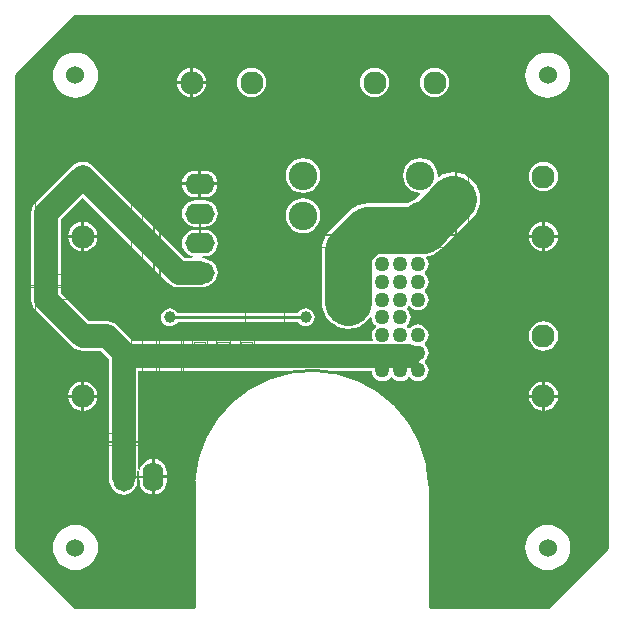
<source format=gbl>
G04 Layer_Physical_Order=2*
G04 Layer_Color=12500520*
%FSLAX25Y25*%
%MOIN*%
G70*
G01*
G75*
%ADD18C,0.07874*%
%ADD19C,0.01000*%
%ADD21C,0.15748*%
%ADD22C,0.00787*%
%ADD23C,0.00394*%
%ADD24C,0.00197*%
%ADD25C,0.00200*%
%ADD26C,0.00400*%
%ADD27C,0.00800*%
%ADD28O,0.09842X0.06890*%
%ADD29C,0.06000*%
%ADD30C,0.07700*%
%ADD31C,0.09500*%
%ADD32O,0.06890X0.09842*%
%ADD33C,0.05000*%
%ADD34C,0.03937*%
G36*
X196850Y177165D02*
Y19685D01*
X177165Y-0D01*
X137795D01*
X137795Y39370D01*
Y40336D01*
X137653Y43234D01*
X137085Y47060D01*
X136145Y50812D01*
X134842Y54454D01*
X133188Y57951D01*
X131200Y61269D01*
X128895Y64376D01*
X126298Y67242D01*
X123431Y69840D01*
X120324Y72145D01*
X117007Y74133D01*
X113510Y75787D01*
X109868Y77090D01*
X106296Y77985D01*
X106358Y78485D01*
X118551D01*
X118637Y77826D01*
X118990Y76975D01*
X119551Y76244D01*
X120282Y75683D01*
X121134Y75330D01*
X122047Y75210D01*
X122961Y75330D01*
X123812Y75683D01*
X124543Y76244D01*
X124750Y76513D01*
X125250D01*
X125457Y76244D01*
X126188Y75683D01*
X127039Y75330D01*
X127953Y75210D01*
X128866Y75330D01*
X129718Y75683D01*
X130449Y76244D01*
X130656Y76513D01*
X131156D01*
X131362Y76244D01*
X132093Y75683D01*
X132945Y75330D01*
X133858Y75210D01*
X134772Y75330D01*
X135623Y75683D01*
X136354Y76244D01*
X136916Y76975D01*
X137268Y77826D01*
X137389Y78740D01*
X137268Y79654D01*
X136916Y80505D01*
X136354Y81236D01*
X136085Y81443D01*
Y81943D01*
X136354Y82149D01*
X136916Y82881D01*
X137268Y83732D01*
X137389Y84646D01*
X137268Y85559D01*
X136916Y86411D01*
X136354Y87142D01*
X136085Y87348D01*
Y87848D01*
X136354Y88055D01*
X136916Y88786D01*
X137268Y89638D01*
X137389Y90551D01*
X137268Y91465D01*
X136916Y92316D01*
X136354Y93047D01*
X135623Y93608D01*
X134772Y93961D01*
X133858Y94081D01*
X132945Y93961D01*
X132093Y93608D01*
X131362Y93047D01*
X131156Y92778D01*
X130656D01*
X130449Y93047D01*
X130180Y93254D01*
Y93754D01*
X130449Y93960D01*
X131010Y94692D01*
X131363Y95543D01*
X131483Y96457D01*
X131363Y97370D01*
X131010Y98222D01*
X130449Y98953D01*
X130180Y99159D01*
Y99660D01*
X130449Y99866D01*
X130656Y100135D01*
X131156D01*
X131362Y99866D01*
X132093Y99305D01*
X132945Y98952D01*
X133858Y98832D01*
X134772Y98952D01*
X135623Y99305D01*
X136354Y99866D01*
X136916Y100597D01*
X137268Y101449D01*
X137389Y102362D01*
X137268Y103276D01*
X136916Y104127D01*
X136354Y104858D01*
X136085Y105065D01*
Y105565D01*
X136354Y105772D01*
X136916Y106503D01*
X137268Y107354D01*
X137389Y108268D01*
X137268Y109181D01*
X136916Y110033D01*
X136354Y110764D01*
X136085Y110970D01*
Y111470D01*
X136354Y111677D01*
X136916Y112408D01*
X137268Y113259D01*
X137389Y114173D01*
X137268Y115087D01*
X136916Y115938D01*
X136673Y116254D01*
X136901Y116779D01*
X137129Y116802D01*
X138802Y117309D01*
X140344Y118133D01*
X141695Y119242D01*
X151974Y129522D01*
X153084Y130873D01*
X153908Y132414D01*
X154415Y134087D01*
X154586Y135827D01*
X154415Y137566D01*
X153908Y139239D01*
X153084Y140781D01*
X151974Y142132D01*
X150623Y143241D01*
X149082Y144065D01*
X147409Y144572D01*
X145669Y144744D01*
X143930Y144572D01*
X142257Y144065D01*
X140927Y143354D01*
X140464Y143662D01*
X140471Y143715D01*
X140273Y145216D01*
X139693Y146615D01*
X138772Y147816D01*
X137571Y148738D01*
X136172Y149317D01*
X134671Y149515D01*
X133170Y149317D01*
X131771Y148738D01*
X130570Y147816D01*
X129648Y146615D01*
X129069Y145216D01*
X128871Y143715D01*
X129069Y142214D01*
X129648Y140815D01*
X130570Y139614D01*
X131771Y138692D01*
X133170Y138113D01*
X134467Y137942D01*
X134669Y137436D01*
X133134Y135902D01*
X131771Y135338D01*
X130633Y134464D01*
X117336D01*
X115596Y134293D01*
X113924Y133785D01*
X112382Y132961D01*
X111031Y131852D01*
X111031Y131852D01*
X104368Y125190D01*
X103259Y123838D01*
X102435Y122297D01*
X101928Y120624D01*
X101756Y118885D01*
X101756Y118884D01*
Y101511D01*
X101928Y99771D01*
X102435Y98098D01*
X103259Y96557D01*
X104368Y95206D01*
X105719Y94097D01*
X107261Y93273D01*
X108934Y92765D01*
X110673Y92594D01*
X112413Y92765D01*
X114086Y93273D01*
X115627Y94097D01*
X116979Y95206D01*
X118031Y96487D01*
X118232Y96475D01*
X118265Y96467D01*
X118534Y96331D01*
X118637Y95543D01*
X118990Y94692D01*
X119551Y93960D01*
X119820Y93754D01*
Y93254D01*
X119551Y93047D01*
X118990Y92316D01*
X118637Y91465D01*
X118517Y90551D01*
X118637Y89638D01*
X118924Y88944D01*
X118679Y88444D01*
X38972D01*
X33687Y93730D01*
X32655Y94521D01*
X31454Y95019D01*
X30165Y95188D01*
X30165Y95188D01*
X24216D01*
X14980Y104425D01*
Y129142D01*
X22153Y136316D01*
X50625Y107845D01*
X50625Y107845D01*
X51656Y107054D01*
X52585Y106669D01*
X52857Y106556D01*
X54146Y106386D01*
X61130D01*
X62419Y106556D01*
X63488Y106999D01*
X63767Y107036D01*
X64848Y107483D01*
X65776Y108196D01*
X66489Y109125D01*
X66937Y110206D01*
X67089Y111366D01*
X66937Y112527D01*
X66489Y113608D01*
X65776Y114536D01*
X64848Y115249D01*
X63767Y115697D01*
X63488Y115733D01*
X62419Y116176D01*
X62044Y116225D01*
X62077Y116725D01*
X62606D01*
X63767Y116878D01*
X64848Y117326D01*
X65776Y118038D01*
X66489Y118967D01*
X66937Y120048D01*
X67089Y121209D01*
X66937Y122369D01*
X66489Y123450D01*
X65776Y124379D01*
X64848Y125091D01*
X63767Y125539D01*
X62606Y125692D01*
X59654D01*
X58493Y125539D01*
X57412Y125091D01*
X56483Y124379D01*
X55771Y123450D01*
X55323Y122369D01*
X55170Y121209D01*
X55323Y120048D01*
X55771Y118967D01*
X56483Y118038D01*
X57412Y117326D01*
X58493Y116878D01*
X58740Y116846D01*
X58707Y116346D01*
X56208D01*
X25675Y146879D01*
X24643Y147671D01*
X23442Y148168D01*
X22843Y148247D01*
X22153Y148338D01*
X20865Y148168D01*
X19664Y147671D01*
X18632Y146879D01*
X6479Y134726D01*
X5688Y133695D01*
X5190Y132494D01*
X5020Y131205D01*
X5020Y131205D01*
Y102362D01*
X5020Y102362D01*
X5190Y101073D01*
X5688Y99872D01*
X6479Y98841D01*
X18632Y86687D01*
X19664Y85896D01*
X20865Y85399D01*
X22153Y85229D01*
X28103D01*
X30749Y82583D01*
Y43307D01*
X30918Y42018D01*
X31361Y40949D01*
X31398Y40670D01*
X31846Y39589D01*
X32558Y38661D01*
X33487Y37948D01*
X34568Y37500D01*
X35728Y37347D01*
X36889Y37500D01*
X37970Y37948D01*
X38899Y38661D01*
X39611Y39589D01*
X40059Y40670D01*
X40096Y40949D01*
X40538Y42018D01*
X40588Y42393D01*
X41088Y42360D01*
Y41831D01*
X41240Y40670D01*
X41688Y39589D01*
X42401Y38661D01*
X43329Y37948D01*
X44410Y37500D01*
X45071Y37413D01*
Y43307D01*
Y49201D01*
X44410Y49114D01*
X43329Y48666D01*
X42401Y47954D01*
X41688Y47025D01*
X41240Y45944D01*
X41208Y45697D01*
X40708Y45730D01*
Y78485D01*
X90493D01*
X90554Y77985D01*
X86983Y77090D01*
X83341Y75787D01*
X79844Y74133D01*
X76526Y72145D01*
X73419Y69840D01*
X70553Y67242D01*
X67955Y64376D01*
X65651Y61269D01*
X63662Y57951D01*
X62008Y54454D01*
X60705Y50812D01*
X59765Y47060D01*
X59197Y43234D01*
X59055Y40336D01*
Y39370D01*
X59055D01*
Y-0D01*
X19685D01*
X-0Y19685D01*
Y177165D01*
X19685Y196850D01*
X177165D01*
X196850Y177165D01*
D02*
G37*
%LPC*%
G36*
X96457Y99451D02*
X95682Y99349D01*
X94960Y99050D01*
X94340Y98574D01*
X93888Y97986D01*
X53749D01*
X53298Y98574D01*
X52678Y99050D01*
X51956Y99349D01*
X51181Y99451D01*
X50406Y99349D01*
X49684Y99050D01*
X49064Y98574D01*
X48588Y97954D01*
X48289Y97232D01*
X48187Y96457D01*
X48289Y95682D01*
X48588Y94960D01*
X49064Y94340D01*
X49684Y93864D01*
X50406Y93565D01*
X51181Y93463D01*
X51956Y93565D01*
X52678Y93864D01*
X53298Y94340D01*
X53749Y94927D01*
X93888D01*
X94340Y94340D01*
X94960Y93864D01*
X95682Y93565D01*
X96457Y93463D01*
X97232Y93565D01*
X97954Y93864D01*
X98574Y94340D01*
X99050Y94960D01*
X99349Y95682D01*
X99451Y96457D01*
X99349Y97232D01*
X99050Y97954D01*
X98574Y98574D01*
X97954Y99050D01*
X97232Y99349D01*
X96457Y99451D01*
D02*
G37*
G36*
X175697Y95100D02*
X174431Y94934D01*
X173251Y94445D01*
X172238Y93668D01*
X171460Y92655D01*
X170972Y91475D01*
X170805Y90209D01*
X170972Y88943D01*
X171460Y87763D01*
X172238Y86750D01*
X173251Y85972D01*
X174431Y85483D01*
X175697Y85317D01*
X176963Y85483D01*
X178143Y85972D01*
X179156Y86750D01*
X179933Y87763D01*
X180422Y88943D01*
X180589Y90209D01*
X180422Y91475D01*
X179933Y92655D01*
X179156Y93668D01*
X178143Y94445D01*
X176963Y94934D01*
X175697Y95100D01*
D02*
G37*
G36*
X175197Y75035D02*
X174431Y74934D01*
X173251Y74445D01*
X172238Y73668D01*
X171460Y72655D01*
X170972Y71475D01*
X170871Y70709D01*
X175197D01*
Y75035D01*
D02*
G37*
G36*
X176197D02*
Y70709D01*
X180523D01*
X180422Y71475D01*
X179933Y72655D01*
X179156Y73668D01*
X178143Y74445D01*
X176963Y74934D01*
X176197Y75035D01*
D02*
G37*
G36*
X180523Y122858D02*
X176197D01*
Y118532D01*
X176963Y118633D01*
X178143Y119122D01*
X179156Y119899D01*
X179933Y120912D01*
X180422Y122092D01*
X180523Y122858D01*
D02*
G37*
G36*
X21654Y128184D02*
X20887Y128083D01*
X19708Y127595D01*
X18695Y126817D01*
X17917Y125804D01*
X17428Y124624D01*
X17327Y123858D01*
X21654D01*
Y128184D01*
D02*
G37*
G36*
X175197Y122858D02*
X170871D01*
X170972Y122092D01*
X171460Y120912D01*
X172238Y119899D01*
X173251Y119122D01*
X174431Y118633D01*
X175197Y118532D01*
Y122858D01*
D02*
G37*
G36*
X21654D02*
X17327D01*
X17428Y122092D01*
X17917Y120912D01*
X18695Y119899D01*
X19708Y119122D01*
X20887Y118633D01*
X21654Y118532D01*
Y122858D01*
D02*
G37*
G36*
X26980D02*
X22654D01*
Y118532D01*
X23420Y118633D01*
X24600Y119122D01*
X25613Y119899D01*
X26390Y120912D01*
X26879Y122092D01*
X26980Y122858D01*
D02*
G37*
G36*
X46071Y49201D02*
Y43807D01*
X50054D01*
Y44783D01*
X49901Y45944D01*
X49453Y47025D01*
X48741Y47954D01*
X47813Y48666D01*
X46731Y49114D01*
X46071Y49201D01*
D02*
G37*
G36*
X21654Y69709D02*
X17327D01*
X17428Y68943D01*
X17917Y67763D01*
X18695Y66750D01*
X19708Y65972D01*
X20887Y65483D01*
X21654Y65383D01*
Y69709D01*
D02*
G37*
G36*
X50054Y42807D02*
X46071D01*
Y37413D01*
X46731Y37500D01*
X47813Y37948D01*
X48741Y38661D01*
X49453Y39589D01*
X49901Y40670D01*
X50054Y41831D01*
Y42807D01*
D02*
G37*
G36*
X19685Y27217D02*
X18216Y27073D01*
X16803Y26644D01*
X15500Y25948D01*
X14359Y25011D01*
X13422Y23870D01*
X12726Y22568D01*
X12297Y21155D01*
X12153Y19685D01*
X12297Y18216D01*
X12726Y16803D01*
X13422Y15500D01*
X14359Y14359D01*
X15500Y13422D01*
X16803Y12726D01*
X18216Y12297D01*
X19685Y12153D01*
X21155Y12297D01*
X22568Y12726D01*
X23870Y13422D01*
X25011Y14359D01*
X25948Y15500D01*
X26644Y16803D01*
X27073Y18216D01*
X27217Y19685D01*
X27073Y21155D01*
X26644Y22568D01*
X25948Y23870D01*
X25011Y25011D01*
X23870Y25948D01*
X22568Y26644D01*
X21155Y27073D01*
X19685Y27217D01*
D02*
G37*
G36*
X177165D02*
X175696Y27073D01*
X174283Y26644D01*
X172981Y25948D01*
X171839Y25011D01*
X170902Y23870D01*
X170206Y22568D01*
X169778Y21155D01*
X169633Y19685D01*
X169778Y18216D01*
X170206Y16803D01*
X170902Y15500D01*
X171839Y14359D01*
X172981Y13422D01*
X174283Y12726D01*
X175696Y12297D01*
X177165Y12153D01*
X178635Y12297D01*
X180048Y12726D01*
X181350Y13422D01*
X182492Y14359D01*
X183428Y15500D01*
X184124Y16803D01*
X184553Y18216D01*
X184698Y19685D01*
X184553Y21155D01*
X184124Y22568D01*
X183428Y23870D01*
X182492Y25011D01*
X181350Y25948D01*
X180048Y26644D01*
X178635Y27073D01*
X177165Y27217D01*
D02*
G37*
G36*
X21654Y75035D02*
X20887Y74934D01*
X19708Y74445D01*
X18695Y73668D01*
X17917Y72655D01*
X17428Y71475D01*
X17327Y70709D01*
X21654D01*
Y75035D01*
D02*
G37*
G36*
X22654D02*
Y70709D01*
X26980D01*
X26879Y71475D01*
X26390Y72655D01*
X25613Y73668D01*
X24600Y74445D01*
X23420Y74934D01*
X22654Y75035D01*
D02*
G37*
G36*
X180523Y69709D02*
X176197D01*
Y65383D01*
X176963Y65483D01*
X178143Y65972D01*
X179156Y66750D01*
X179933Y67763D01*
X180422Y68943D01*
X180523Y69709D01*
D02*
G37*
G36*
X26980D02*
X22654D01*
Y65383D01*
X23420Y65483D01*
X24600Y65972D01*
X25613Y66750D01*
X26390Y67763D01*
X26879Y68943D01*
X26980Y69709D01*
D02*
G37*
G36*
X175197D02*
X170871D01*
X170972Y68943D01*
X171460Y67763D01*
X172238Y66750D01*
X173251Y65972D01*
X174431Y65483D01*
X175197Y65383D01*
Y69709D01*
D02*
G37*
G36*
X78398Y179589D02*
X77131Y179422D01*
X75952Y178933D01*
X74939Y178156D01*
X74161Y177143D01*
X73672Y175963D01*
X73506Y174697D01*
X73672Y173431D01*
X74161Y172251D01*
X74939Y171238D01*
X75952Y170460D01*
X77131Y169972D01*
X78398Y169805D01*
X79664Y169972D01*
X80844Y170460D01*
X81857Y171238D01*
X82634Y172251D01*
X83123Y173431D01*
X83289Y174697D01*
X83123Y175963D01*
X82634Y177143D01*
X81857Y178156D01*
X80844Y178933D01*
X79664Y179422D01*
X78398Y179589D01*
D02*
G37*
G36*
X119421D02*
X118155Y179422D01*
X116975Y178933D01*
X115962Y178156D01*
X115185Y177143D01*
X114696Y175963D01*
X114529Y174697D01*
X114696Y173431D01*
X115185Y172251D01*
X115962Y171238D01*
X116975Y170460D01*
X118155Y169972D01*
X119421Y169805D01*
X120687Y169972D01*
X121867Y170460D01*
X122880Y171238D01*
X123658Y172251D01*
X124146Y173431D01*
X124313Y174697D01*
X124146Y175963D01*
X123658Y177143D01*
X122880Y178156D01*
X121867Y178933D01*
X120687Y179422D01*
X119421Y179589D01*
D02*
G37*
G36*
X177165Y184698D02*
X175696Y184553D01*
X174283Y184124D01*
X172981Y183428D01*
X171839Y182492D01*
X170902Y181350D01*
X170206Y180048D01*
X169778Y178635D01*
X169633Y177165D01*
X169778Y175696D01*
X170206Y174283D01*
X170902Y172981D01*
X171839Y171839D01*
X172981Y170902D01*
X174283Y170206D01*
X175696Y169778D01*
X177165Y169633D01*
X178635Y169778D01*
X180048Y170206D01*
X181350Y170902D01*
X182492Y171839D01*
X183428Y172981D01*
X184124Y174283D01*
X184553Y175696D01*
X184698Y177165D01*
X184553Y178635D01*
X184124Y180048D01*
X183428Y181350D01*
X182492Y182492D01*
X181350Y183428D01*
X180048Y184124D01*
X178635Y184553D01*
X177165Y184698D01*
D02*
G37*
G36*
X62606Y145377D02*
X61630D01*
Y141394D01*
X67024D01*
X66937Y142054D01*
X66489Y143135D01*
X65776Y144064D01*
X64848Y144776D01*
X63767Y145224D01*
X62606Y145377D01*
D02*
G37*
G36*
X19685Y184698D02*
X18216Y184553D01*
X16803Y184124D01*
X15500Y183428D01*
X14359Y182492D01*
X13422Y181350D01*
X12726Y180048D01*
X12297Y178635D01*
X12153Y177165D01*
X12297Y175696D01*
X12726Y174283D01*
X13422Y172981D01*
X14359Y171839D01*
X15500Y170902D01*
X16803Y170206D01*
X18216Y169778D01*
X19685Y169633D01*
X21155Y169778D01*
X22568Y170206D01*
X23870Y170902D01*
X25011Y171839D01*
X25948Y172981D01*
X26644Y174283D01*
X27073Y175696D01*
X27217Y177165D01*
X27073Y178635D01*
X26644Y180048D01*
X25948Y181350D01*
X25011Y182492D01*
X23870Y183428D01*
X22568Y184124D01*
X21155Y184553D01*
X19685Y184698D01*
D02*
G37*
G36*
X57898Y179523D02*
X57131Y179422D01*
X55952Y178933D01*
X54939Y178156D01*
X54161Y177143D01*
X53672Y175963D01*
X53572Y175197D01*
X57898D01*
Y179523D01*
D02*
G37*
G36*
X58898D02*
Y175197D01*
X63224D01*
X63123Y175963D01*
X62634Y177143D01*
X61857Y178156D01*
X60844Y178933D01*
X59664Y179422D01*
X58898Y179523D01*
D02*
G37*
G36*
X63224Y174197D02*
X58898D01*
Y169871D01*
X59664Y169972D01*
X60844Y170460D01*
X61857Y171238D01*
X62634Y172251D01*
X63123Y173431D01*
X63224Y174197D01*
D02*
G37*
G36*
X139421Y179589D02*
X138155Y179422D01*
X136975Y178933D01*
X135962Y178156D01*
X135185Y177143D01*
X134696Y175963D01*
X134529Y174697D01*
X134696Y173431D01*
X135185Y172251D01*
X135962Y171238D01*
X136975Y170460D01*
X138155Y169972D01*
X139421Y169805D01*
X140687Y169972D01*
X141867Y170460D01*
X142880Y171238D01*
X143658Y172251D01*
X144146Y173431D01*
X144313Y174697D01*
X144146Y175963D01*
X143658Y177143D01*
X142880Y178156D01*
X141867Y178933D01*
X140687Y179422D01*
X139421Y179589D01*
D02*
G37*
G36*
X57898Y174197D02*
X53572D01*
X53672Y173431D01*
X54161Y172251D01*
X54939Y171238D01*
X55952Y170460D01*
X57131Y169972D01*
X57898Y169871D01*
Y174197D01*
D02*
G37*
G36*
X95571Y136115D02*
X94070Y135917D01*
X92671Y135338D01*
X91470Y134416D01*
X90548Y133215D01*
X89969Y131816D01*
X89771Y130315D01*
X89969Y128814D01*
X90548Y127415D01*
X91470Y126214D01*
X92671Y125292D01*
X94070Y124713D01*
X95571Y124515D01*
X97072Y124713D01*
X98471Y125292D01*
X99672Y126214D01*
X100593Y127415D01*
X101173Y128814D01*
X101371Y130315D01*
X101173Y131816D01*
X100593Y133215D01*
X99672Y134416D01*
X98471Y135338D01*
X97072Y135917D01*
X95571Y136115D01*
D02*
G37*
G36*
X62606Y135534D02*
X59654D01*
X58493Y135382D01*
X57412Y134934D01*
X56483Y134221D01*
X55771Y133293D01*
X55323Y132211D01*
X55170Y131051D01*
X55323Y129891D01*
X55771Y128810D01*
X56483Y127881D01*
X57412Y127169D01*
X58493Y126721D01*
X59654Y126568D01*
X62606D01*
X63767Y126721D01*
X64848Y127169D01*
X65776Y127881D01*
X66489Y128810D01*
X66937Y129891D01*
X67089Y131051D01*
X66937Y132211D01*
X66489Y133293D01*
X65776Y134221D01*
X64848Y134934D01*
X63767Y135382D01*
X62606Y135534D01*
D02*
G37*
G36*
X176197Y128184D02*
Y123858D01*
X180523D01*
X180422Y124624D01*
X179933Y125804D01*
X179156Y126817D01*
X178143Y127595D01*
X176963Y128083D01*
X176197Y128184D01*
D02*
G37*
G36*
X22654D02*
Y123858D01*
X26980D01*
X26879Y124624D01*
X26390Y125804D01*
X25613Y126817D01*
X24600Y127595D01*
X23420Y128083D01*
X22654Y128184D01*
D02*
G37*
G36*
X175197D02*
X174431Y128083D01*
X173251Y127595D01*
X172238Y126817D01*
X171460Y125804D01*
X170972Y124624D01*
X170871Y123858D01*
X175197D01*
Y128184D01*
D02*
G37*
G36*
X175697Y148250D02*
X174431Y148083D01*
X173251Y147595D01*
X172238Y146817D01*
X171460Y145804D01*
X170972Y144624D01*
X170805Y143358D01*
X170972Y142092D01*
X171460Y140912D01*
X172238Y139899D01*
X173251Y139122D01*
X174431Y138633D01*
X175697Y138466D01*
X176963Y138633D01*
X178143Y139122D01*
X179156Y139899D01*
X179933Y140912D01*
X180422Y142092D01*
X180589Y143358D01*
X180422Y144624D01*
X179933Y145804D01*
X179156Y146817D01*
X178143Y147595D01*
X176963Y148083D01*
X175697Y148250D01*
D02*
G37*
G36*
X60630Y145377D02*
X59654D01*
X58493Y145224D01*
X57412Y144776D01*
X56483Y144064D01*
X55771Y143135D01*
X55323Y142054D01*
X55236Y141394D01*
X60630D01*
Y145377D01*
D02*
G37*
G36*
X95571Y149515D02*
X94070Y149317D01*
X92671Y148738D01*
X91470Y147816D01*
X90548Y146615D01*
X89969Y145216D01*
X89771Y143715D01*
X89969Y142214D01*
X90548Y140815D01*
X91470Y139614D01*
X92671Y138692D01*
X94070Y138113D01*
X95571Y137915D01*
X97072Y138113D01*
X98471Y138692D01*
X99672Y139614D01*
X100593Y140815D01*
X101173Y142214D01*
X101371Y143715D01*
X101173Y145216D01*
X100593Y146615D01*
X99672Y147816D01*
X98471Y148738D01*
X97072Y149317D01*
X95571Y149515D01*
D02*
G37*
G36*
X60630Y140394D02*
X55236D01*
X55323Y139733D01*
X55771Y138652D01*
X56483Y137724D01*
X57412Y137011D01*
X58493Y136563D01*
X59654Y136410D01*
X60630D01*
Y140394D01*
D02*
G37*
G36*
X67024D02*
X61630D01*
Y136410D01*
X62606D01*
X63767Y136563D01*
X64848Y137011D01*
X65776Y137724D01*
X66489Y138652D01*
X66937Y139733D01*
X67024Y140394D01*
D02*
G37*
%LPD*%
D18*
X30165Y90209D02*
X35728Y84646D01*
X22153Y90209D02*
X30165D01*
X54146Y111366D02*
X61130D01*
X22153Y143358D02*
X54146Y111366D01*
X10000Y131205D02*
X22153Y143358D01*
X10000Y102362D02*
Y131205D01*
Y102362D02*
X22153Y90209D01*
X35728Y43307D02*
Y83465D01*
X130795D01*
D19*
X51181Y96457D02*
X96457D01*
X137795Y40336D02*
G03*
X59126Y41785I-39365J-923D01*
G01*
X19685Y196850D02*
X177165D01*
X196850Y177165D01*
Y19685D02*
Y177165D01*
X177165Y-0D02*
X196850Y19685D01*
X137795Y-0D02*
X177165D01*
X137795D02*
Y40336D01*
X59126Y71D02*
Y41785D01*
X59055Y-0D02*
X59055Y-0D01*
X19685Y-0D02*
X59055D01*
X-0Y19685D02*
X19685Y-0D01*
X-0Y19685D02*
Y177165D01*
X19685Y196850D01*
Y196850D01*
D21*
X135390Y125547D02*
X145669Y135827D01*
X117336Y125547D02*
X135390D01*
X110673Y101511D02*
Y118885D01*
X117336Y125547D01*
D22*
X47842Y150539D02*
X70480D01*
X47842Y101720D02*
Y150539D01*
X70480Y101720D02*
Y150539D01*
X47842Y101720D02*
X70480D01*
X61130Y124161D02*
Y128098D01*
X59161Y126130D02*
X63098D01*
X45776Y99752D02*
X72547D01*
Y152508D01*
X45776D02*
X72547D01*
X45776Y99752D02*
Y152508D01*
X24114Y27953D02*
X57185D01*
Y54724D01*
X24114D02*
X57185D01*
X24114Y27953D02*
Y54724D01*
X40650Y41339D02*
Y45276D01*
X38681Y43307D02*
X42618D01*
D23*
X67028Y81201D02*
Y88090D01*
X70768Y81201D02*
Y88090D01*
X67028Y81201D02*
X70768D01*
X67028Y88090D02*
X70768D01*
X59153Y81201D02*
Y88090D01*
X62894Y81201D02*
Y88090D01*
X59153Y81201D02*
X62894D01*
X59153Y88090D02*
X62894D01*
X47638Y89370D02*
X54724D01*
X47638Y75984D02*
X54724D01*
Y89370D01*
X47638Y75984D02*
Y89370D01*
X79232Y108366D02*
X86122D01*
X79232Y112106D02*
X86122D01*
Y108366D02*
Y112106D01*
X79232Y108366D02*
Y112106D01*
X156760Y13406D02*
Y20295D01*
X160500Y13406D02*
Y20295D01*
X156760Y13406D02*
X160500D01*
X156760Y20295D02*
X160500D01*
X149500Y13905D02*
Y20795D01*
X145760Y13905D02*
Y20795D01*
X149500D01*
X145760Y13905D02*
X149500D01*
X78642Y81201D02*
Y88090D01*
X74902Y81201D02*
Y88090D01*
X78642D01*
X74902Y81201D02*
X78642D01*
X67028Y84646D02*
X70768D01*
X68898Y82776D02*
Y86516D01*
X59153Y84646D02*
X62894D01*
X61024Y82776D02*
Y86516D01*
X51181Y80709D02*
Y84646D01*
X49213Y82677D02*
X53150D01*
X82677Y108366D02*
Y112106D01*
X80807Y110236D02*
X84547D01*
X156760Y16850D02*
X160500D01*
X158630Y14980D02*
Y18721D01*
X145760Y17350D02*
X149500D01*
X147630Y15480D02*
Y19220D01*
X74902Y84646D02*
X78642D01*
X76772Y82776D02*
Y86516D01*
D24*
X66535Y80315D02*
Y88976D01*
X71260Y80315D02*
Y88976D01*
X66535Y80315D02*
X71260D01*
X66535Y88976D02*
X71260D01*
X58661Y80315D02*
Y88976D01*
X63386Y80315D02*
Y88976D01*
X58661Y80315D02*
X63386D01*
X58661Y88976D02*
X63386D01*
X46654Y91929D02*
X55709D01*
X46654Y73425D02*
X55709D01*
Y91929D01*
X46654Y73425D02*
Y91929D01*
X78347Y107874D02*
X87008D01*
X78347Y112598D02*
X87008D01*
Y107874D02*
Y112598D01*
X78347Y107874D02*
Y112598D01*
X155677Y11350D02*
Y22350D01*
X161583Y11350D02*
Y22350D01*
X155677Y11350D02*
X161583D01*
X155677Y22350D02*
X161583D01*
X149992Y13020D02*
Y21681D01*
X145268Y13020D02*
Y21681D01*
X149992D01*
X145268Y13020D02*
X149992D01*
X79134Y80315D02*
Y88976D01*
X74410Y80315D02*
Y88976D01*
X79134D01*
X74410Y80315D02*
X79134D01*
D25*
X76177Y91925D02*
X89177D01*
Y104925D01*
X76177D02*
X89177D01*
X76177Y91925D02*
Y104925D01*
D26*
X2253Y107059D02*
X42035D01*
Y159658D01*
X2253D02*
X42035D01*
X2253Y107059D02*
Y159658D01*
X6154Y110996D02*
X38098D01*
Y155758D01*
X6154D02*
X38098D01*
X6154Y110996D02*
Y155758D01*
X2253Y53909D02*
X42035D01*
Y106509D01*
X2253D02*
X42035D01*
X2253Y53909D02*
Y106509D01*
X6154Y57846D02*
X38098D01*
Y102609D01*
X6154D02*
X38098D01*
X6154Y57846D02*
Y102609D01*
X155797Y53909D02*
X195579D01*
Y106509D01*
X155797D02*
X195579D01*
X155797Y53909D02*
Y106509D01*
X159697Y57846D02*
X191642D01*
Y102609D01*
X159697D02*
X191642D01*
X159697Y57846D02*
Y102609D01*
X155797Y107059D02*
X195579D01*
Y159658D01*
X155797D02*
X195579D01*
X155797Y107059D02*
Y159658D01*
X159697Y110996D02*
X191642D01*
Y155758D01*
X159697D02*
X191642D01*
X159697Y110996D02*
Y155758D01*
X103122Y154815D02*
Y194597D01*
Y154815D02*
X155721D01*
Y194597D01*
X103122D02*
X155721D01*
X107059Y158752D02*
Y190697D01*
Y158752D02*
X151821D01*
Y190697D01*
X107059D02*
X151821D01*
X42098Y154815D02*
Y194597D01*
Y154815D02*
X94698D01*
Y194597D01*
X42098D02*
X94698D01*
X46035Y158752D02*
Y190697D01*
Y158752D02*
X90798D01*
Y190697D01*
X46035D02*
X90798D01*
X79665Y119823D02*
Y154215D01*
Y119823D02*
X150571D01*
Y154215D01*
X79665D02*
X150571D01*
D27*
X83602Y123760D02*
Y150315D01*
Y123760D02*
X146671D01*
Y150315D01*
X83602D02*
X146671D01*
D28*
X61130Y140894D02*
D03*
Y121209D02*
D03*
Y111366D02*
D03*
Y131051D02*
D03*
D29*
X19685Y19685D02*
D03*
X177165Y177165D02*
D03*
X19685D02*
D03*
X177165Y19685D02*
D03*
D30*
X22153Y143358D02*
D03*
Y123358D02*
D03*
Y90209D02*
D03*
Y70209D02*
D03*
X175697Y90209D02*
D03*
Y70209D02*
D03*
Y143358D02*
D03*
Y123358D02*
D03*
X139421Y174697D02*
D03*
X119421D02*
D03*
X78398D02*
D03*
X58398D02*
D03*
D31*
X95571Y143715D02*
D03*
X134671D02*
D03*
Y130315D02*
D03*
X95571D02*
D03*
D32*
X35728Y43307D02*
D03*
X45571D02*
D03*
D33*
X133858Y78740D02*
D03*
X127953D02*
D03*
X122047D02*
D03*
X133858Y84646D02*
D03*
X127953D02*
D03*
X122047D02*
D03*
X110236Y98425D02*
D03*
X145669Y135827D02*
D03*
X133858Y90551D02*
D03*
Y102362D02*
D03*
Y108268D02*
D03*
Y114173D02*
D03*
X127953Y90551D02*
D03*
Y96457D02*
D03*
Y102362D02*
D03*
Y108268D02*
D03*
Y114173D02*
D03*
X122047Y90551D02*
D03*
Y96457D02*
D03*
Y102362D02*
D03*
Y108268D02*
D03*
Y114173D02*
D03*
D34*
X96457Y96457D02*
D03*
X51181D02*
D03*
M02*

</source>
